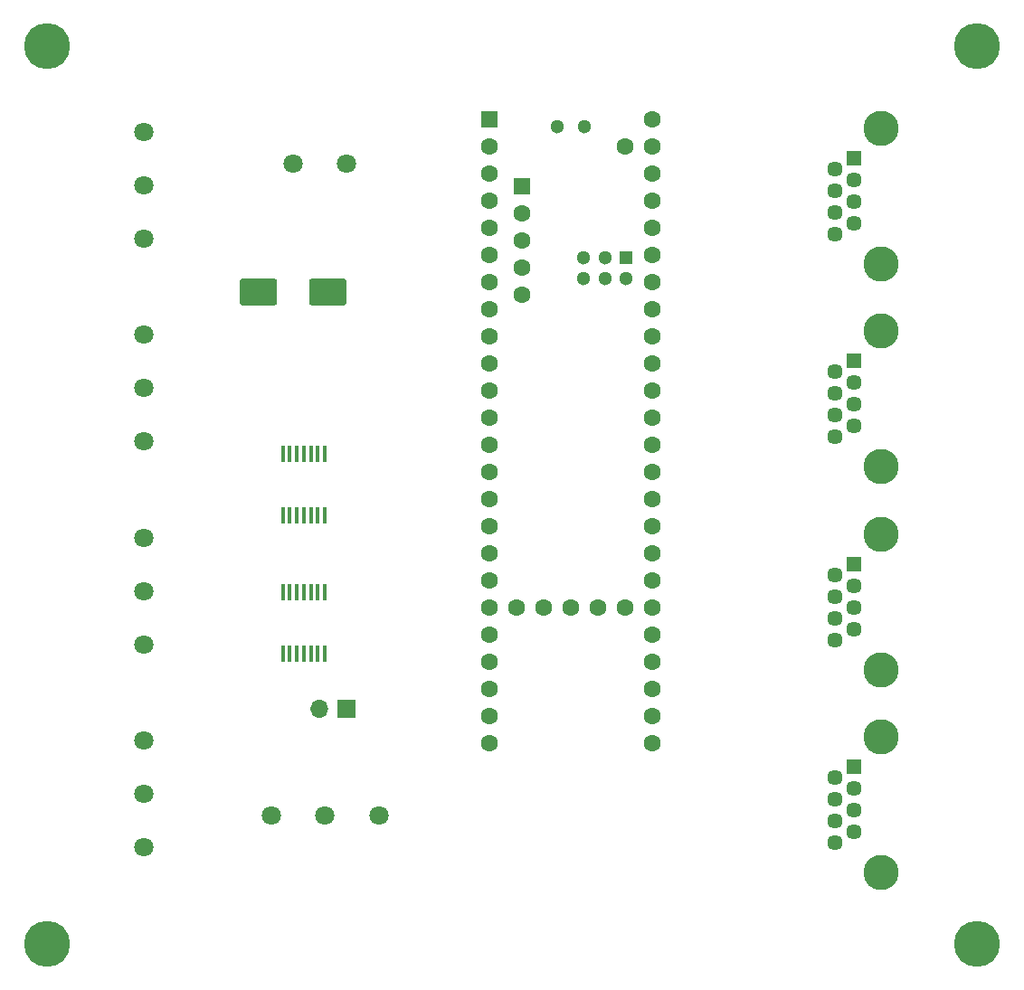
<source format=gbr>
G04 #@! TF.GenerationSoftware,KiCad,Pcbnew,(5.1.7-0-10_14)*
G04 #@! TF.CreationDate,2020-11-21T12:18:44-08:00*
G04 #@! TF.ProjectId,Main PCB,4d61696e-2050-4434-922e-6b696361645f,1*
G04 #@! TF.SameCoordinates,Original*
G04 #@! TF.FileFunction,Soldermask,Top*
G04 #@! TF.FilePolarity,Negative*
%FSLAX46Y46*%
G04 Gerber Fmt 4.6, Leading zero omitted, Abs format (unit mm)*
G04 Created by KiCad (PCBNEW (5.1.7-0-10_14)) date 2020-11-21 12:18:44*
%MOMM*%
%LPD*%
G01*
G04 APERTURE LIST*
%ADD10C,4.300000*%
%ADD11R,0.410000X1.570000*%
%ADD12C,1.300000*%
%ADD13C,1.600000*%
%ADD14R,1.300000X1.300000*%
%ADD15R,1.600000X1.600000*%
%ADD16O,1.700000X1.700000*%
%ADD17R,1.700000X1.700000*%
%ADD18C,1.803400*%
%ADD19C,3.302000*%
%ADD20C,1.447800*%
%ADD21R,1.447800X1.447800*%
G04 APERTURE END LIST*
G36*
G01*
X9500000Y-1000000D02*
X9500000Y1000000D01*
G75*
G02*
X9750000Y1250000I250000J0D01*
G01*
X12750000Y1250000D01*
G75*
G02*
X13000000Y1000000I0J-250000D01*
G01*
X13000000Y-1000000D01*
G75*
G02*
X12750000Y-1250000I-250000J0D01*
G01*
X9750000Y-1250000D01*
G75*
G02*
X9500000Y-1000000I0J250000D01*
G01*
G37*
G36*
G01*
X3000000Y-1000000D02*
X3000000Y1000000D01*
G75*
G02*
X3250000Y1250000I250000J0D01*
G01*
X6250000Y1250000D01*
G75*
G02*
X6500000Y1000000I0J-250000D01*
G01*
X6500000Y-1000000D01*
G75*
G02*
X6250000Y-1250000I-250000J0D01*
G01*
X3250000Y-1250000D01*
G75*
G02*
X3000000Y-1000000I0J250000D01*
G01*
G37*
D10*
X-15000000Y-61000000D03*
X72000000Y-61000000D03*
X72000000Y23000000D03*
X-15000000Y23000000D03*
D11*
X10950000Y-33870000D03*
X10300000Y-33870000D03*
X9650000Y-33870000D03*
X9000000Y-33870000D03*
X8350000Y-33870000D03*
X7700000Y-33870000D03*
X7050000Y-33870000D03*
X7050000Y-28130000D03*
X7700000Y-28130000D03*
X8350000Y-28130000D03*
X9000000Y-28130000D03*
X9650000Y-28130000D03*
X10300000Y-28130000D03*
X10950000Y-28130000D03*
X10950000Y-20870000D03*
X10300000Y-20870000D03*
X9650000Y-20870000D03*
X9000000Y-20870000D03*
X8350000Y-20870000D03*
X7700000Y-20870000D03*
X7050000Y-20870000D03*
X7050000Y-15130000D03*
X7700000Y-15130000D03*
X8350000Y-15130000D03*
X9000000Y-15130000D03*
X9650000Y-15130000D03*
X10300000Y-15130000D03*
X10950000Y-15130000D03*
D12*
X35270000Y15480000D03*
X32730000Y15480000D03*
D13*
X39080000Y-29510000D03*
X36540000Y-29510000D03*
X34000000Y-29510000D03*
X31460000Y-29510000D03*
X28920000Y-29510000D03*
D12*
X35181600Y3240000D03*
X35181600Y1240000D03*
X37181600Y1240000D03*
X37181600Y3240000D03*
X39181600Y1240000D03*
D14*
X39181600Y3240000D03*
D13*
X26380000Y-24430000D03*
X26380000Y-26970000D03*
X26380000Y-29510000D03*
X26380000Y-32050000D03*
X26380000Y-21890000D03*
X26380000Y-19350000D03*
X26380000Y-16810000D03*
X26380000Y-34590000D03*
X26380000Y-37130000D03*
X26380000Y-39670000D03*
X26380000Y-42210000D03*
X41620000Y-42210000D03*
X41620000Y-39670000D03*
X41620000Y-37130000D03*
X41620000Y-34590000D03*
X41620000Y-32050000D03*
X41620000Y-29510000D03*
X41620000Y-26970000D03*
X41620000Y-24430000D03*
X41620000Y-21890000D03*
X41620000Y-19350000D03*
X26380000Y-14270000D03*
X26380000Y-11730000D03*
X26380000Y-9190000D03*
X26380000Y-6650000D03*
X26380000Y-4110000D03*
X26380000Y-1570000D03*
X26380000Y970000D03*
X26380000Y3510000D03*
X26380000Y6050000D03*
X26380000Y8590000D03*
X26380000Y11130000D03*
X26380000Y13670000D03*
D15*
X26380000Y16210000D03*
D13*
X41620000Y-16810000D03*
X41620000Y-14270000D03*
X41620000Y-11730000D03*
X41620000Y-9190000D03*
X41620000Y-6650000D03*
X41620000Y-4110000D03*
X41620000Y-1570000D03*
X41620000Y970000D03*
X41620000Y3510000D03*
X41620000Y6050000D03*
X41620000Y8590000D03*
X41620000Y11130000D03*
X41620000Y13670000D03*
X41620000Y16210000D03*
D15*
X29430800Y9910800D03*
D13*
X29430800Y7370800D03*
X29430800Y4830800D03*
X29430800Y2290800D03*
X29430800Y-249200D03*
X39080000Y13670000D03*
D16*
X10460000Y-39000000D03*
D17*
X13000000Y-39000000D03*
D18*
X16000000Y-49000000D03*
X11000000Y-49000000D03*
X6000000Y-49000000D03*
X-6000000Y-52000000D03*
X-6000000Y-47000000D03*
X-6000000Y-42000000D03*
X-6000000Y-33000000D03*
X-6000000Y-28000000D03*
X-6000000Y-23000000D03*
X-6000000Y-14000000D03*
X-6000000Y-9000000D03*
X-6000000Y-4000000D03*
X-6000000Y5000000D03*
X-6000000Y10000000D03*
X-6000000Y15000000D03*
X8000000Y12000000D03*
X13000000Y12000000D03*
D19*
X63000000Y-41650000D03*
X63000000Y-54350000D03*
D20*
X58682000Y-51556000D03*
X60460000Y-50540000D03*
X58682000Y-49524000D03*
X60460000Y-48508000D03*
X58682000Y-47492000D03*
X60460000Y-46476000D03*
X58682000Y-45460000D03*
D21*
X60460000Y-44444000D03*
D19*
X63000000Y-22650000D03*
X63000000Y-35350000D03*
D20*
X58682000Y-32556000D03*
X60460000Y-31540000D03*
X58682000Y-30524000D03*
X60460000Y-29508000D03*
X58682000Y-28492000D03*
X60460000Y-27476000D03*
X58682000Y-26460000D03*
D21*
X60460000Y-25444000D03*
D19*
X63000000Y-3650000D03*
X63000000Y-16350000D03*
D20*
X58682000Y-13556000D03*
X60460000Y-12540000D03*
X58682000Y-11524000D03*
X60460000Y-10508000D03*
X58682000Y-9492000D03*
X60460000Y-8476000D03*
X58682000Y-7460000D03*
D21*
X60460000Y-6444000D03*
D19*
X63000000Y15350000D03*
X63000000Y2650000D03*
D20*
X58682000Y5444000D03*
X60460000Y6460000D03*
X58682000Y7476000D03*
X60460000Y8492000D03*
X58682000Y9508000D03*
X60460000Y10524000D03*
X58682000Y11540000D03*
D21*
X60460000Y12556000D03*
M02*

</source>
